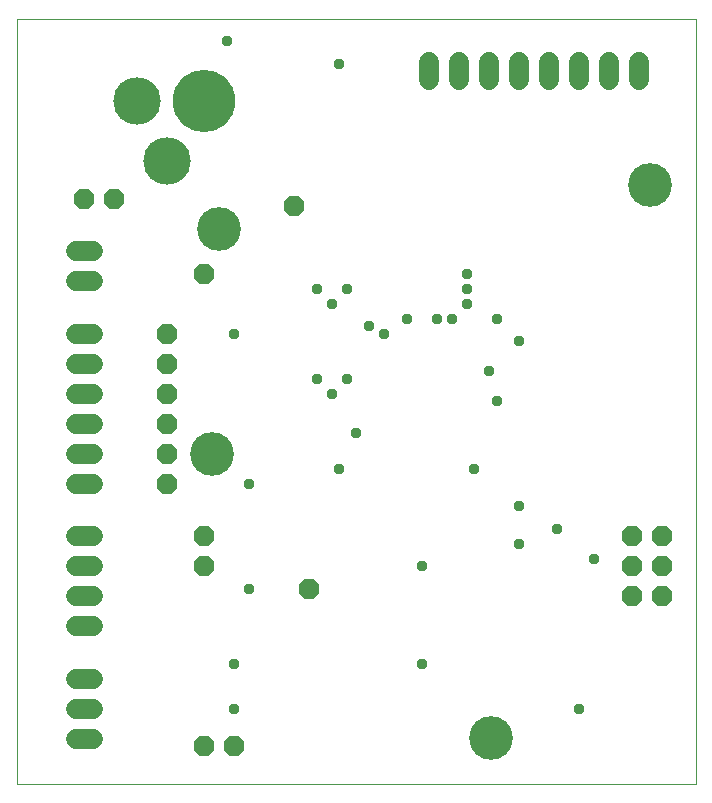
<source format=gbs>
G04 EAGLE Gerber RS-274X export*
G75*
%MOMM*%
%FSLAX34Y34*%
%LPD*%
%INSolderstop Bottom*%
%IPPOS*%
%AMOC8*
5,1,8,0,0,1.08239X$1,22.5*%
G01*
%ADD10C,0.000000*%
%ADD11C,3.703200*%
%ADD12P,1.869504X8X22.500000*%
%ADD13P,1.869504X8X112.500000*%
%ADD14C,4.013200*%
%ADD15C,5.283200*%
%ADD16C,1.711200*%
%ADD17C,0.959600*%


D10*
X0Y0D02*
X574550Y0D01*
X574550Y647600D01*
X0Y647600D01*
X0Y0D01*
D11*
X164824Y279400D03*
X536161Y506896D03*
X171450Y469900D03*
X401016Y39204D03*
D12*
X158750Y31750D03*
X184150Y31750D03*
D13*
X546100Y158750D03*
X520700Y158750D03*
X546100Y184150D03*
X520700Y184150D03*
X546100Y209550D03*
X520700Y209550D03*
D12*
X127000Y254000D03*
X127000Y381000D03*
X127000Y279400D03*
X127000Y304800D03*
X127000Y330200D03*
X127000Y355600D03*
X158750Y431800D03*
X234950Y488950D03*
X247650Y165100D03*
X57150Y495300D03*
X158750Y209550D03*
X158750Y184150D03*
D14*
X101600Y577850D03*
X127000Y527050D03*
D15*
X158750Y577850D03*
D12*
X82550Y495300D03*
D16*
X64690Y254000D02*
X49610Y254000D01*
X49610Y279400D02*
X64690Y279400D01*
X64690Y304800D02*
X49610Y304800D01*
X49610Y330200D02*
X64690Y330200D01*
X64690Y355600D02*
X49610Y355600D01*
X49610Y381000D02*
X64690Y381000D01*
X64690Y133350D02*
X49610Y133350D01*
X49610Y158750D02*
X64690Y158750D01*
X64690Y184150D02*
X49610Y184150D01*
X49610Y209550D02*
X64690Y209550D01*
X64690Y38100D02*
X49610Y38100D01*
X49610Y63500D02*
X64690Y63500D01*
X64690Y88900D02*
X49610Y88900D01*
X49610Y425450D02*
X64690Y425450D01*
X64690Y450850D02*
X49610Y450850D01*
X527050Y595710D02*
X527050Y610790D01*
X501650Y610790D02*
X501650Y595710D01*
X476250Y595710D02*
X476250Y610790D01*
X450850Y610790D02*
X450850Y595710D01*
X425450Y595710D02*
X425450Y610790D01*
X400050Y610790D02*
X400050Y595710D01*
X374650Y595710D02*
X374650Y610790D01*
X349250Y610790D02*
X349250Y595710D01*
D17*
X425450Y374650D03*
X425450Y203200D03*
X342900Y101600D03*
X425450Y234950D03*
X400050Y349250D03*
X406400Y323850D03*
X476250Y63500D03*
X196850Y165100D03*
X196850Y254000D03*
X273050Y266700D03*
X387350Y266700D03*
X457200Y215900D03*
X488950Y190500D03*
X342900Y184150D03*
X406400Y393700D03*
X311150Y381000D03*
X254000Y342900D03*
X254000Y419100D03*
X381000Y431800D03*
X266700Y330200D03*
X266700Y406400D03*
X381000Y406400D03*
X279400Y342900D03*
X279400Y419100D03*
X381000Y419100D03*
X330200Y393700D03*
X286900Y297300D03*
X184150Y63500D03*
X184150Y101600D03*
X298450Y387350D03*
X368300Y393700D03*
X355600Y393700D03*
X184150Y381000D03*
X177800Y628650D03*
X273050Y609600D03*
M02*

</source>
